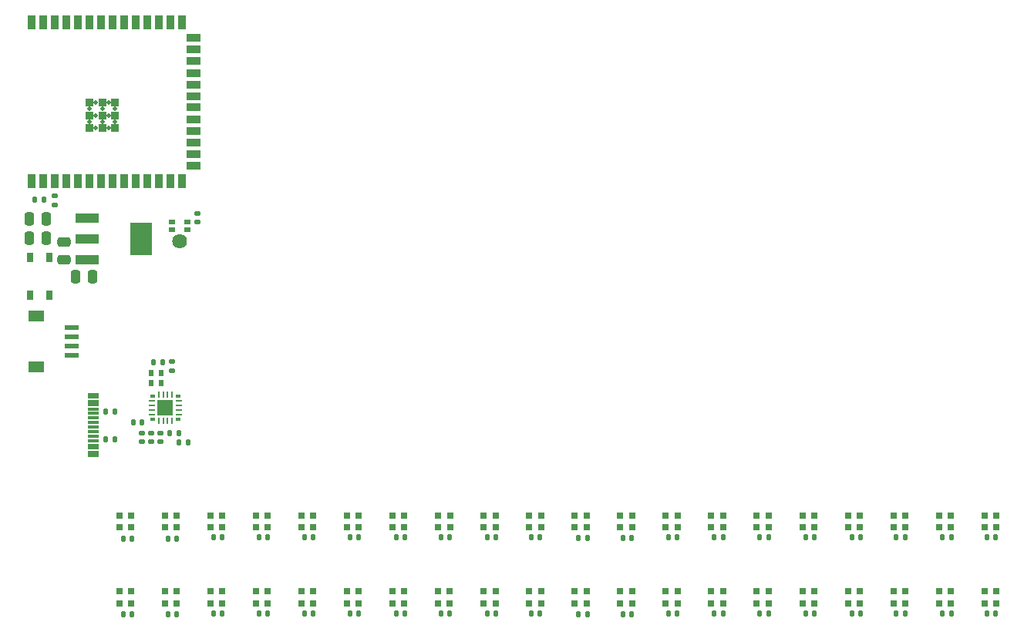
<source format=gbr>
%TF.GenerationSoftware,KiCad,Pcbnew,8.0.6*%
%TF.CreationDate,2024-11-10T17:01:15-08:00*%
%TF.ProjectId,veramonitor,76657261-6d6f-46e6-9974-6f722e6b6963,rev?*%
%TF.SameCoordinates,Original*%
%TF.FileFunction,Paste,Top*%
%TF.FilePolarity,Positive*%
%FSLAX46Y46*%
G04 Gerber Fmt 4.6, Leading zero omitted, Abs format (unit mm)*
G04 Created by KiCad (PCBNEW 8.0.6) date 2024-11-10 17:01:15*
%MOMM*%
%LPD*%
G01*
G04 APERTURE LIST*
G04 Aperture macros list*
%AMRoundRect*
0 Rectangle with rounded corners*
0 $1 Rounding radius*
0 $2 $3 $4 $5 $6 $7 $8 $9 X,Y pos of 4 corners*
0 Add a 4 corners polygon primitive as box body*
4,1,4,$2,$3,$4,$5,$6,$7,$8,$9,$2,$3,0*
0 Add four circle primitives for the rounded corners*
1,1,$1+$1,$2,$3*
1,1,$1+$1,$4,$5*
1,1,$1+$1,$6,$7*
1,1,$1+$1,$8,$9*
0 Add four rect primitives between the rounded corners*
20,1,$1+$1,$2,$3,$4,$5,0*
20,1,$1+$1,$4,$5,$6,$7,0*
20,1,$1+$1,$6,$7,$8,$9,0*
20,1,$1+$1,$8,$9,$2,$3,0*%
G04 Aperture macros list end*
%ADD10R,0.800000X0.800000*%
%ADD11RoundRect,0.140000X0.140000X0.170000X-0.140000X0.170000X-0.140000X-0.170000X0.140000X-0.170000X0*%
%ADD12RoundRect,0.250000X0.250000X0.475000X-0.250000X0.475000X-0.250000X-0.475000X0.250000X-0.475000X0*%
%ADD13RoundRect,0.135000X-0.185000X0.135000X-0.185000X-0.135000X0.185000X-0.135000X0.185000X0.135000X0*%
%ADD14RoundRect,0.135000X0.185000X-0.135000X0.185000X0.135000X-0.185000X0.135000X-0.185000X-0.135000X0*%
%ADD15RoundRect,0.140000X-0.170000X0.140000X-0.170000X-0.140000X0.170000X-0.140000X0.170000X0.140000X0*%
%ADD16R,0.730000X0.530000*%
%ADD17C,1.625000*%
%ADD18C,0.500000*%
%ADD19R,0.900000X1.500000*%
%ADD20R,1.500000X0.900000*%
%ADD21R,0.900000X0.900000*%
%ADD22R,1.300000X0.300000*%
%ADD23RoundRect,0.140000X0.170000X-0.140000X0.170000X0.140000X-0.170000X0.140000X-0.170000X-0.140000X0*%
%ADD24RoundRect,0.250000X-0.475000X0.250000X-0.475000X-0.250000X0.475000X-0.250000X0.475000X0.250000X0*%
%ADD25R,0.500000X0.340000*%
%ADD26R,0.700000X0.250000*%
%ADD27R,0.250000X0.700000*%
%ADD28R,1.700000X1.700000*%
%ADD29RoundRect,0.135000X-0.135000X-0.185000X0.135000X-0.185000X0.135000X0.185000X-0.135000X0.185000X0*%
%ADD30R,1.550000X0.600000*%
%ADD31R,1.800000X1.200000*%
%ADD32R,0.540000X0.640000*%
%ADD33R,2.500000X1.100000*%
%ADD34R,2.340000X3.600000*%
%ADD35RoundRect,0.135000X0.135000X0.185000X-0.135000X0.185000X-0.135000X-0.185000X0.135000X-0.185000X0*%
%ADD36R,0.700000X1.050000*%
G04 APERTURE END LIST*
D10*
%TO.C,U38*%
X82520000Y-133915000D03*
X82520000Y-132615000D03*
X81220000Y-132615000D03*
X81220000Y-133915000D03*
%TD*%
D11*
%TO.C,C49*%
X142580000Y-135015000D03*
X141620000Y-135015000D03*
%TD*%
%TO.C,C20*%
X97425000Y-126695000D03*
X96465000Y-126695000D03*
%TD*%
%TO.C,C43*%
X112500000Y-135015000D03*
X111540000Y-135015000D03*
%TD*%
D12*
%TO.C,C6*%
X43200000Y-93825000D03*
X41300000Y-93825000D03*
%TD*%
D13*
%TO.C,R7*%
X57000000Y-107380000D03*
X57000000Y-108400000D03*
%TD*%
D11*
%TO.C,C41*%
X102600000Y-135115000D03*
X101640000Y-135115000D03*
%TD*%
D10*
%TO.C,U43*%
X107520000Y-133915000D03*
X107520000Y-132615000D03*
X106220000Y-132615000D03*
X106220000Y-133915000D03*
%TD*%
%TO.C,U35*%
X67520000Y-133915000D03*
X67520000Y-132615000D03*
X66220000Y-132615000D03*
X66220000Y-133915000D03*
%TD*%
D11*
%TO.C,C33*%
X62500000Y-135015000D03*
X61540000Y-135015000D03*
%TD*%
D10*
%TO.C,U13*%
X57525000Y-125595000D03*
X57525000Y-124295000D03*
X56225000Y-124295000D03*
X56225000Y-125595000D03*
%TD*%
D11*
%TO.C,C31*%
X52600000Y-135115000D03*
X51640000Y-135115000D03*
%TD*%
D10*
%TO.C,U51*%
X147520000Y-133915000D03*
X147520000Y-132615000D03*
X146220000Y-132615000D03*
X146220000Y-133915000D03*
%TD*%
%TO.C,U19*%
X87525000Y-125595000D03*
X87525000Y-124295000D03*
X86225000Y-124295000D03*
X86225000Y-125595000D03*
%TD*%
D14*
%TO.C,R3*%
X44170000Y-90135000D03*
X44170000Y-89115000D03*
%TD*%
D10*
%TO.C,U37*%
X77520000Y-133915000D03*
X77520000Y-132615000D03*
X76220000Y-132615000D03*
X76220000Y-133915000D03*
%TD*%
D11*
%TO.C,C18*%
X87505000Y-126695000D03*
X86545000Y-126695000D03*
%TD*%
D12*
%TO.C,C2*%
X48320000Y-98015000D03*
X46420000Y-98015000D03*
%TD*%
D11*
%TO.C,C34*%
X67500000Y-135015000D03*
X66540000Y-135015000D03*
%TD*%
%TO.C,C39*%
X92580000Y-135015000D03*
X91620000Y-135015000D03*
%TD*%
%TO.C,C45*%
X122520000Y-135015000D03*
X121560000Y-135015000D03*
%TD*%
%TO.C,C11*%
X52605000Y-126795000D03*
X51645000Y-126795000D03*
%TD*%
D10*
%TO.C,U45*%
X117520000Y-133915000D03*
X117520000Y-132615000D03*
X116220000Y-132615000D03*
X116220000Y-133915000D03*
%TD*%
D11*
%TO.C,C35*%
X72520000Y-135015000D03*
X71560000Y-135015000D03*
%TD*%
D15*
%TO.C,C10*%
X53725000Y-115210000D03*
X53725000Y-116170000D03*
%TD*%
D16*
%TO.C,U3*%
X57030000Y-92055000D03*
X57030000Y-92875000D03*
D17*
X57870000Y-94125000D03*
D16*
X58710000Y-92875000D03*
X58710000Y-92055000D03*
%TD*%
D11*
%TO.C,C25*%
X122520000Y-126690000D03*
X121560000Y-126690000D03*
%TD*%
D18*
%TO.C,U5*%
X48650000Y-81725000D03*
X50050000Y-81725000D03*
X47950000Y-81025000D03*
X49350000Y-81025000D03*
X50750000Y-81025000D03*
X48650000Y-80325000D03*
X50050000Y-80325000D03*
X47950000Y-79625000D03*
X49350000Y-79625000D03*
X50750000Y-79625000D03*
X48650000Y-78925000D03*
X50050000Y-78925000D03*
D19*
X41630000Y-87575000D03*
X42900000Y-87575000D03*
X44170000Y-87575000D03*
X45440000Y-87575000D03*
X46710000Y-87575000D03*
X47980000Y-87575000D03*
X49250000Y-87575000D03*
X50520000Y-87575000D03*
X51790000Y-87575000D03*
X53060000Y-87575000D03*
X54330000Y-87575000D03*
X55600000Y-87575000D03*
X56870000Y-87575000D03*
X58140000Y-87575000D03*
D20*
X59410000Y-85815000D03*
X59410000Y-84545000D03*
X59410000Y-83275000D03*
X59410000Y-82005000D03*
X59410000Y-80735000D03*
X59410000Y-79455000D03*
X59410000Y-78195000D03*
X59410000Y-76925000D03*
X59410000Y-75655000D03*
X59410000Y-74375000D03*
X59410000Y-73105000D03*
X59380000Y-71835000D03*
D19*
X58140000Y-70075000D03*
X56870000Y-70075000D03*
X55600000Y-70075000D03*
X54330000Y-70075000D03*
X53060000Y-70075000D03*
X51790000Y-70075000D03*
X50520000Y-70075000D03*
X49250000Y-70075000D03*
X47980000Y-70075000D03*
X46710000Y-70075000D03*
X45440000Y-70075000D03*
X44170000Y-70075000D03*
X42900000Y-70075000D03*
X41630000Y-70075000D03*
D21*
X47950000Y-81725000D03*
X49350000Y-81725000D03*
X50750000Y-81725000D03*
X47950000Y-80325000D03*
X49350000Y-80325000D03*
X50750000Y-80325000D03*
X47950000Y-78925000D03*
X49350000Y-78925000D03*
X50750000Y-78925000D03*
%TD*%
D22*
%TO.C,U2*%
X48375000Y-110975000D03*
X48375000Y-111775000D03*
X48375000Y-113075000D03*
X48375000Y-114075000D03*
X48375000Y-114575000D03*
X48375000Y-115575000D03*
X48365000Y-116875000D03*
X48375000Y-117675000D03*
X48375000Y-117375000D03*
X48365000Y-116575000D03*
X48375000Y-116075000D03*
X48375000Y-115075000D03*
X48375000Y-113575000D03*
X48375000Y-112575000D03*
X48375000Y-112075000D03*
X48375000Y-111275000D03*
%TD*%
D11*
%TO.C,C30*%
X147420000Y-126690000D03*
X146460000Y-126690000D03*
%TD*%
D10*
%TO.C,U44*%
X112520000Y-133915000D03*
X112520000Y-132615000D03*
X111220000Y-132615000D03*
X111220000Y-133915000D03*
%TD*%
D23*
%TO.C,C1*%
X59790000Y-92070000D03*
X59790000Y-91110000D03*
%TD*%
D10*
%TO.C,U21*%
X97525000Y-125595000D03*
X97525000Y-124295000D03*
X96225000Y-124295000D03*
X96225000Y-125595000D03*
%TD*%
D24*
%TO.C,C3*%
X45170000Y-94265000D03*
X45170000Y-96165000D03*
%TD*%
D10*
%TO.C,U27*%
X127520000Y-125590000D03*
X127520000Y-124290000D03*
X126220000Y-124290000D03*
X126220000Y-125590000D03*
%TD*%
D11*
%TO.C,C50*%
X147420000Y-135015000D03*
X146460000Y-135015000D03*
%TD*%
%TO.C,C32*%
X57500000Y-135115000D03*
X56540000Y-135115000D03*
%TD*%
D10*
%TO.C,U15*%
X67525000Y-125595000D03*
X67525000Y-124295000D03*
X66225000Y-124295000D03*
X66225000Y-125595000D03*
%TD*%
D25*
%TO.C,U10*%
X54900000Y-111175000D03*
D26*
X54830000Y-111675000D03*
X54830000Y-112175000D03*
X54830000Y-112675000D03*
X54830000Y-113175000D03*
D25*
X54900000Y-113675000D03*
D27*
X55530000Y-113875000D03*
X56030000Y-113875000D03*
X56530000Y-113875000D03*
X57030000Y-113875000D03*
D25*
X57660000Y-113675000D03*
D26*
X57730000Y-113175000D03*
X57730000Y-112675000D03*
X57730000Y-112175000D03*
X57730000Y-111675000D03*
D25*
X57660000Y-111175000D03*
D27*
X57030000Y-110975000D03*
X56530000Y-110975000D03*
X56030000Y-110975000D03*
X55530000Y-110975000D03*
D28*
X56280000Y-112425000D03*
%TD*%
D11*
%TO.C,C12*%
X57505000Y-126795000D03*
X56545000Y-126795000D03*
%TD*%
D15*
%TO.C,C7*%
X54725000Y-115230000D03*
X54725000Y-116190000D03*
%TD*%
D10*
%TO.C,U28*%
X132520000Y-125590000D03*
X132520000Y-124290000D03*
X131220000Y-124290000D03*
X131220000Y-125590000D03*
%TD*%
%TO.C,U41*%
X97520000Y-133915000D03*
X97520000Y-132615000D03*
X96220000Y-132615000D03*
X96220000Y-133915000D03*
%TD*%
D11*
%TO.C,C9*%
X53725000Y-114075000D03*
X52765000Y-114075000D03*
%TD*%
D12*
%TO.C,C5*%
X43200000Y-91725000D03*
X41300000Y-91725000D03*
%TD*%
D10*
%TO.C,U30*%
X142520000Y-125590000D03*
X142520000Y-124290000D03*
X141220000Y-124290000D03*
X141220000Y-125590000D03*
%TD*%
D11*
%TO.C,C38*%
X87500000Y-135015000D03*
X86540000Y-135015000D03*
%TD*%
%TO.C,C23*%
X112500000Y-126690000D03*
X111540000Y-126690000D03*
%TD*%
D29*
%TO.C,R1*%
X49687500Y-112825000D03*
X50707500Y-112825000D03*
%TD*%
D10*
%TO.C,U17*%
X77525000Y-125595000D03*
X77525000Y-124295000D03*
X76225000Y-124295000D03*
X76225000Y-125595000D03*
%TD*%
D30*
%TO.C,J1*%
X46000000Y-103670000D03*
X46000000Y-104670000D03*
X46000000Y-105670000D03*
X46000000Y-106670000D03*
D31*
X42120000Y-107970000D03*
X42120000Y-102370000D03*
%TD*%
D11*
%TO.C,C13*%
X62505000Y-126695000D03*
X61545000Y-126695000D03*
%TD*%
D10*
%TO.C,U16*%
X72525000Y-125595000D03*
X72525000Y-124295000D03*
X71225000Y-124295000D03*
X71225000Y-125595000D03*
%TD*%
%TO.C,U18*%
X82525000Y-125595000D03*
X82525000Y-124295000D03*
X81225000Y-124295000D03*
X81225000Y-125595000D03*
%TD*%
%TO.C,U50*%
X142520000Y-133915000D03*
X142520000Y-132615000D03*
X141220000Y-132615000D03*
X141220000Y-133915000D03*
%TD*%
D11*
%TO.C,C36*%
X77520000Y-135015000D03*
X76560000Y-135015000D03*
%TD*%
%TO.C,C40*%
X97420000Y-135015000D03*
X96460000Y-135015000D03*
%TD*%
D32*
%TO.C,U8*%
X55850000Y-108665000D03*
X55850000Y-109745000D03*
%TD*%
D10*
%TO.C,U20*%
X92525000Y-125595000D03*
X92525000Y-124295000D03*
X91225000Y-124295000D03*
X91225000Y-125595000D03*
%TD*%
%TO.C,U22*%
X102520000Y-125590000D03*
X102520000Y-124290000D03*
X101220000Y-124290000D03*
X101220000Y-125590000D03*
%TD*%
D29*
%TO.C,R5*%
X57760000Y-116230000D03*
X58780000Y-116230000D03*
%TD*%
D11*
%TO.C,C47*%
X132600000Y-135015000D03*
X131640000Y-135015000D03*
%TD*%
D10*
%TO.C,U46*%
X122520000Y-133915000D03*
X122520000Y-132615000D03*
X121220000Y-132615000D03*
X121220000Y-133915000D03*
%TD*%
%TO.C,U14*%
X62525000Y-125595000D03*
X62525000Y-124295000D03*
X61225000Y-124295000D03*
X61225000Y-125595000D03*
%TD*%
D11*
%TO.C,C26*%
X127520000Y-126690000D03*
X126560000Y-126690000D03*
%TD*%
D10*
%TO.C,U47*%
X127520000Y-133915000D03*
X127520000Y-132615000D03*
X126220000Y-132615000D03*
X126220000Y-133915000D03*
%TD*%
D11*
%TO.C,C15*%
X72525000Y-126695000D03*
X71565000Y-126695000D03*
%TD*%
D10*
%TO.C,U34*%
X62520000Y-133915000D03*
X62520000Y-132615000D03*
X61220000Y-132615000D03*
X61220000Y-133915000D03*
%TD*%
%TO.C,U32*%
X52520000Y-133915000D03*
X52520000Y-132615000D03*
X51220000Y-132615000D03*
X51220000Y-133915000D03*
%TD*%
%TO.C,U29*%
X137520000Y-125590000D03*
X137520000Y-124290000D03*
X136220000Y-124290000D03*
X136220000Y-125590000D03*
%TD*%
%TO.C,U31*%
X147520000Y-125590000D03*
X147520000Y-124290000D03*
X146220000Y-124290000D03*
X146220000Y-125590000D03*
%TD*%
D15*
%TO.C,C8*%
X55750000Y-115225000D03*
X55750000Y-116185000D03*
%TD*%
D33*
%TO.C,U4*%
X47700000Y-91615000D03*
X47700000Y-93915000D03*
X47700000Y-96215000D03*
D34*
X53640000Y-93915000D03*
%TD*%
D10*
%TO.C,U49*%
X137520000Y-133915000D03*
X137520000Y-132615000D03*
X136220000Y-132615000D03*
X136220000Y-133915000D03*
%TD*%
D11*
%TO.C,C42*%
X107500000Y-135115000D03*
X106540000Y-135115000D03*
%TD*%
D10*
%TO.C,U33*%
X57520000Y-133915000D03*
X57520000Y-132615000D03*
X56220000Y-132615000D03*
X56220000Y-133915000D03*
%TD*%
%TO.C,U48*%
X132520000Y-133915000D03*
X132520000Y-132615000D03*
X131220000Y-132615000D03*
X131220000Y-133915000D03*
%TD*%
D11*
%TO.C,C27*%
X132600000Y-126690000D03*
X131640000Y-126690000D03*
%TD*%
D10*
%TO.C,U23*%
X107520000Y-125590000D03*
X107520000Y-124290000D03*
X106220000Y-124290000D03*
X106220000Y-125590000D03*
%TD*%
D11*
%TO.C,C28*%
X137500000Y-126690000D03*
X136540000Y-126690000D03*
%TD*%
%TO.C,C4*%
X42930000Y-89615000D03*
X41970000Y-89615000D03*
%TD*%
D10*
%TO.C,U42*%
X102520000Y-133915000D03*
X102520000Y-132615000D03*
X101220000Y-132615000D03*
X101220000Y-133915000D03*
%TD*%
D29*
%TO.C,R2*%
X49687500Y-115925000D03*
X50707500Y-115925000D03*
%TD*%
D11*
%TO.C,C37*%
X82600000Y-135015000D03*
X81640000Y-135015000D03*
%TD*%
%TO.C,C21*%
X102600000Y-126790000D03*
X101640000Y-126790000D03*
%TD*%
D35*
%TO.C,R6*%
X55985000Y-107440000D03*
X54965000Y-107440000D03*
%TD*%
D11*
%TO.C,C14*%
X67505000Y-126695000D03*
X66545000Y-126695000D03*
%TD*%
%TO.C,C48*%
X137500000Y-135015000D03*
X136540000Y-135015000D03*
%TD*%
D10*
%TO.C,U26*%
X122520000Y-125590000D03*
X122520000Y-124290000D03*
X121220000Y-124290000D03*
X121220000Y-125590000D03*
%TD*%
D36*
%TO.C,U6*%
X43570000Y-95900000D03*
X43570000Y-100100000D03*
X41430000Y-95900000D03*
X41430000Y-100100000D03*
%TD*%
D10*
%TO.C,U24*%
X112520000Y-125590000D03*
X112520000Y-124290000D03*
X111220000Y-124290000D03*
X111220000Y-125590000D03*
%TD*%
%TO.C,U36*%
X72520000Y-133915000D03*
X72520000Y-132615000D03*
X71220000Y-132615000D03*
X71220000Y-133915000D03*
%TD*%
D11*
%TO.C,C46*%
X127520000Y-135015000D03*
X126560000Y-135015000D03*
%TD*%
%TO.C,C44*%
X117500000Y-135015000D03*
X116540000Y-135015000D03*
%TD*%
D10*
%TO.C,U40*%
X92520000Y-133915000D03*
X92520000Y-132615000D03*
X91220000Y-132615000D03*
X91220000Y-133915000D03*
%TD*%
D11*
%TO.C,C22*%
X107500000Y-126790000D03*
X106540000Y-126790000D03*
%TD*%
%TO.C,C24*%
X117500000Y-126690000D03*
X116540000Y-126690000D03*
%TD*%
%TO.C,C19*%
X92585000Y-126695000D03*
X91625000Y-126695000D03*
%TD*%
%TO.C,C29*%
X142580000Y-126690000D03*
X141620000Y-126690000D03*
%TD*%
%TO.C,C17*%
X82605000Y-126695000D03*
X81645000Y-126695000D03*
%TD*%
%TO.C,C16*%
X77525000Y-126695000D03*
X76565000Y-126695000D03*
%TD*%
D10*
%TO.C,U25*%
X117520000Y-125590000D03*
X117520000Y-124290000D03*
X116220000Y-124290000D03*
X116220000Y-125590000D03*
%TD*%
D32*
%TO.C,U9*%
X54725000Y-108660000D03*
X54725000Y-109740000D03*
%TD*%
D29*
%TO.C,R4*%
X56740000Y-115265000D03*
X57760000Y-115265000D03*
%TD*%
D10*
%TO.C,U39*%
X87520000Y-133915000D03*
X87520000Y-132615000D03*
X86220000Y-132615000D03*
X86220000Y-133915000D03*
%TD*%
%TO.C,U12*%
X52525000Y-125595000D03*
X52525000Y-124295000D03*
X51225000Y-124295000D03*
X51225000Y-125595000D03*
%TD*%
M02*

</source>
